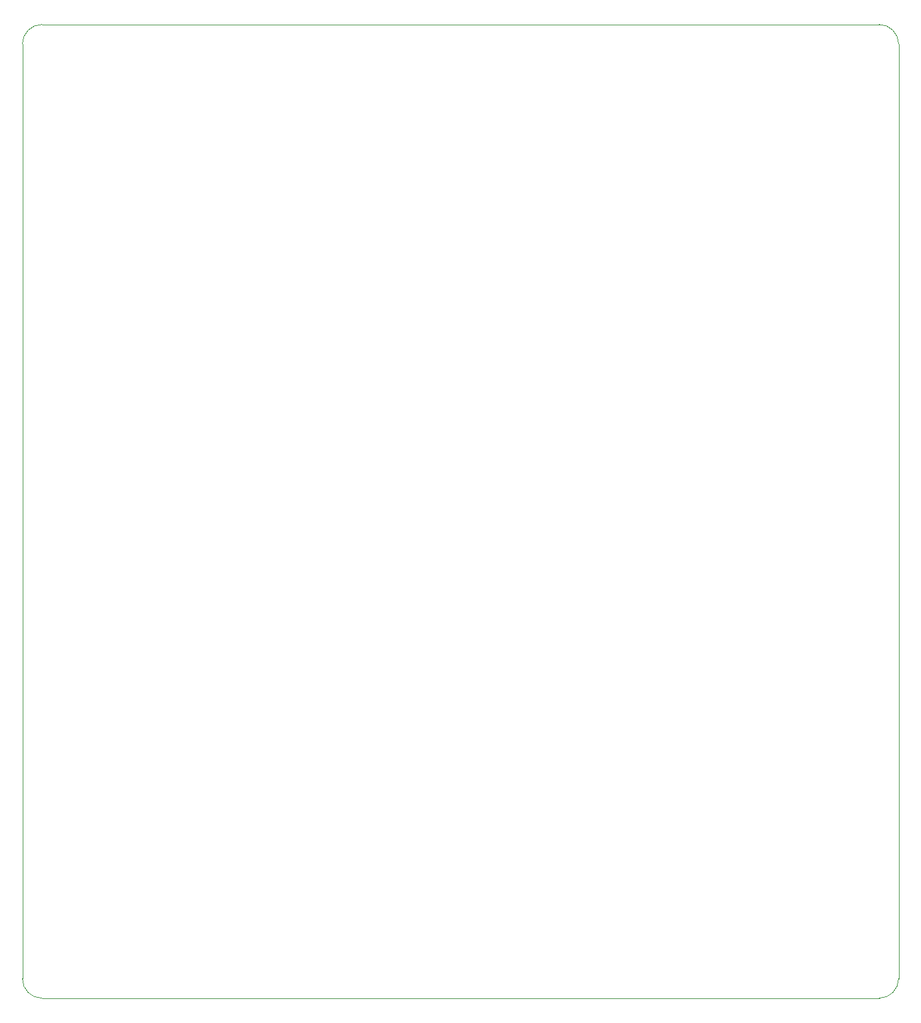
<source format=gm1>
%TF.GenerationSoftware,KiCad,Pcbnew,(6.0.1-0)*%
%TF.CreationDate,2022-02-06T15:04:05+08:00*%
%TF.ProjectId,Pragmatic,50726167-6d61-4746-9963-2e6b69636164,0.3*%
%TF.SameCoordinates,Original*%
%TF.FileFunction,Profile,NP*%
%FSLAX46Y46*%
G04 Gerber Fmt 4.6, Leading zero omitted, Abs format (unit mm)*
G04 Created by KiCad (PCBNEW (6.0.1-0)) date 2022-02-06 15:04:05*
%MOMM*%
%LPD*%
G01*
G04 APERTURE LIST*
%TA.AperFunction,Profile*%
%ADD10C,0.120000*%
%TD*%
G04 APERTURE END LIST*
D10*
X50165000Y-161925000D02*
X159385000Y-161925000D01*
X159385000Y-161925000D02*
G75*
G03*
X161925000Y-159385000I-1J2540001D01*
G01*
X161925000Y-37465000D02*
G75*
G03*
X159385000Y-34925000I-2540001J-1D01*
G01*
X161925000Y-37465000D02*
X161925000Y-159385000D01*
X47625000Y-159385000D02*
G75*
G03*
X50165000Y-161925000I2540001J1D01*
G01*
X159385000Y-34925000D02*
X50165000Y-34925000D01*
X50165000Y-34925000D02*
G75*
G03*
X47625000Y-37465000I1J-2540001D01*
G01*
X47625000Y-37465000D02*
X47625000Y-159385000D01*
M02*

</source>
